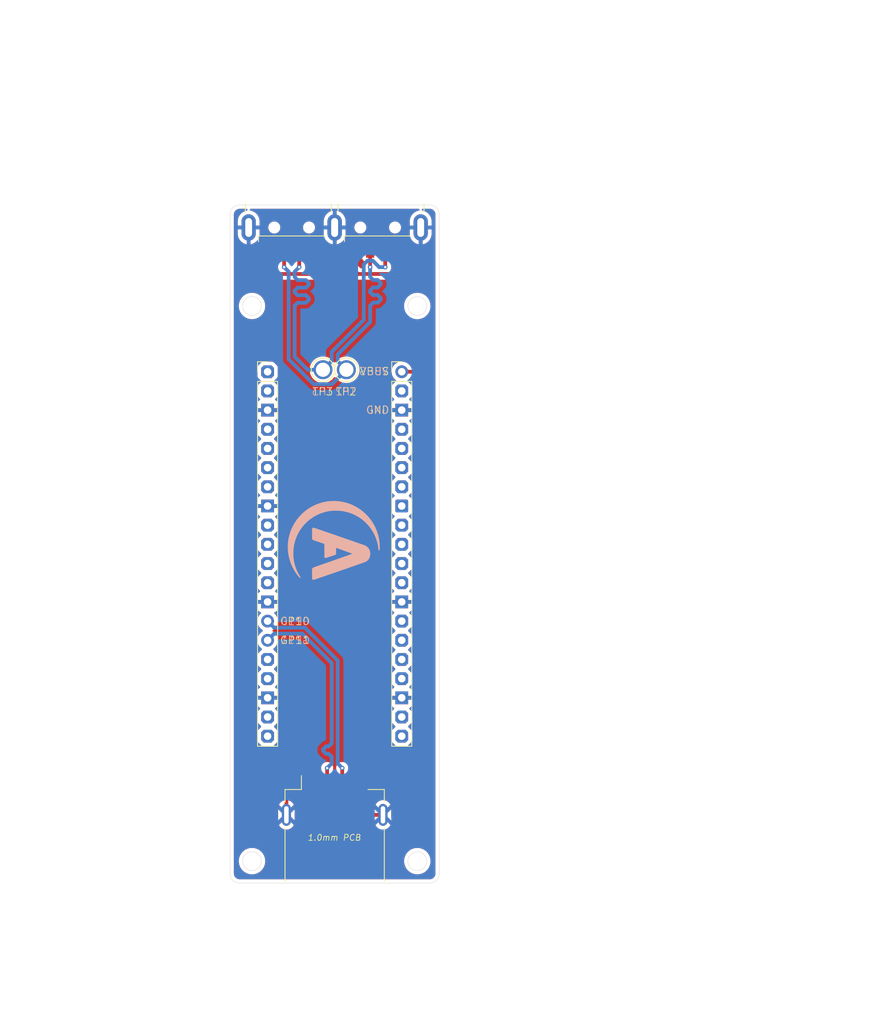
<source format=kicad_pcb>
(kicad_pcb (version 20240108) (generator "pcbnew") (generator_version "8.0")
  (layers (0 "F.Cu" signal) (31 "B.Cu" signal) (34 "B.Paste" user) (35 "F.Paste" user) (36 "B.SilkS" user "B.Silkscreen") (37 "F.SilkS" user "F.Silkscreen") (38 "B.Mask" user) (39 "F.Mask" user) (44 "Edge.Cuts" user))
  (net 0 "")
  (net 10 "AGND")
  (net 11 "VBUS")
  (net 12 "GND")
  (net 33 "D+")
  (net 34 "D-")
  (net 35 "GP+")
  (net 36 "GP-")
  (footprint "CustomFootprints:PinHeader_1x20_P2.54mm_Vertical_Low_Profile" (layer "F.Cu") (at 159.14 88.615)
    (property "Reference" "J1" (hide yes))
    (property "Value" "Conn_01x20_Pin")
    (fp_line (start -1.33 -1.33) (end 0 -1.33) (stroke (width 0.12)) (layer "F.SilkS"))
    (fp_line (start -1.33 0) (end -1.33 -1.33) (stroke (width 0.12)) (layer "F.SilkS"))
    (fp_line (start -1.33 1.27) (end -1.33 49.59) (stroke (width 0.12)) (layer "F.SilkS"))
    (fp_line (start -1.33 1.27) (end 1.33 1.27) (stroke (width 0.12)) (layer "F.SilkS"))
    (fp_line (start -1.33 49.59) (end 1.33 49.59) (stroke (width 0.12)) (layer "F.SilkS"))
    (fp_line (start 1.33 1.27) (end 1.33 49.59) (stroke (width 0.12)) (layer "F.SilkS"))
    (pad "1" thru_hole circle (at 0 0) (size 1.7 1.7) (drill 1) (layers "*.Cu" "*.Mask") (net 11 "VBUS"))
    (pad "2" thru_hole roundrect (at 0 2.54) (size 1.7 1.7) (drill 1) (layers "*.Cu" "*.Mask") (roundrect_rratio 0) (chamfer_ratio 0.2) (chamfer top_left top_right bottom_left bottom_right))
    (pad "3" thru_hole rect (at 0 5.08) (size 1.7 1.7) (drill 1) (layers "*.Cu" "*.Mask") (net 12 "GND"))
    (pad "4" thru_hole roundrect (at 0 7.62) (size 1.7 1.7) (drill 1) (layers "*.Cu" "*.Mask") (roundrect_rratio 0) (chamfer_ratio 0.2) (chamfer top_left top_right bottom_left bottom_right))
    (pad "5" thru_hole roundrect (at 0 10.16) (size 1.7 1.7) (drill 1) (layers "*.Cu" "*.Mask") (roundrect_rratio 0) (chamfer_ratio 0.2) (chamfer top_left top_right bottom_left bottom_right))
    (pad "6" thru_hole roundrect (at 0 12.7) (size 1.7 1.7) (drill 1) (layers "*.Cu" "*.Mask") (roundrect_rratio 0) (chamfer_ratio 0.2) (chamfer top_left top_right bottom_left bottom_right))
    (pad "7" thru_hole roundrect (at 0 15.24) (size 1.7 1.7) (drill 1) (layers "*.Cu" "*.Mask") (roundrect_rratio 0) (chamfer_ratio 0.2) (chamfer top_left top_right bottom_left bottom_right))
    (pad "8" thru_hole roundrect (at 0 17.78) (size 1.7 1.7) (drill 1) (layers "*.Cu" "*.Mask") (roundrect_rratio 0.125) (net 10 "AGND"))
    (pad "9" thru_hole roundrect (at 0 20.32) (size 1.7 1.7) (drill 1) (layers "*.Cu" "*.Mask") (roundrect_rratio 0) (chamfer_ratio 0.2) (chamfer top_left top_right bottom_left bottom_right))
    (pad "10" thru_hole roundrect (at 0 22.86) (size 1.7 1.7) (drill 1) (layers "*.Cu" "*.Mask") (roundrect_rratio 0) (chamfer_ratio 0.2) (chamfer top_left top_right bottom_left bottom_right))
    (pad "11" thru_hole roundrect (at 0 25.4) (size 1.7 1.7) (drill 1) (layers "*.Cu" "*.Mask") (roundrect_rratio 0) (chamfer_ratio 0.2) (chamfer top_left top_right bottom_left bottom_right))
    (pad "12" thru_hole roundrect (at 0 27.94) (size 1.7 1.7) (drill 1) (layers "*.Cu" "*.Mask") (roundrect_rratio 0) (chamfer_ratio 0.2) (chamfer top_left top_right bottom_left bottom_right))
    (pad "13" thru_hole rect (at 0 30.48) (size 1.7 1.7) (drill 1) (layers "*.Cu" "*.Mask") (net 12 "GND"))
    (pad "14" thru_hole roundrect (at 0 33.02) (size 1.7 1.7) (drill 1) (layers "*.Cu" "*.Mask") (roundrect_rratio 0) (chamfer_ratio 0.2) (chamfer top_left top_right bottom_left bottom_right))
    (pad "15" thru_hole roundrect (at 0 35.56) (size 1.7 1.7) (drill 1) (layers "*.Cu" "*.Mask") (roundrect_rratio 0) (chamfer_ratio 0.2) (chamfer top_left top_right bottom_left bottom_right))
    (pad "16" thru_hole roundrect (at 0 38.1) (size 1.7 1.7) (drill 1) (layers "*.Cu" "*.Mask") (roundrect_rratio 0) (chamfer_ratio 0.2) (chamfer top_left top_right bottom_left bottom_right))
    (pad "17" thru_hole roundrect (at 0 40.64) (size 1.7 1.7) (drill 1) (layers "*.Cu" "*.Mask") (roundrect_rratio 0) (chamfer_ratio 0.2) (chamfer top_left top_right bottom_left bottom_right))
    (pad "18" thru_hole rect (at 0 43.18) (size 1.7 1.7) (drill 1) (layers "*.Cu" "*.Mask") (net 12 "GND"))
    (pad "19" thru_hole roundrect (at 0 45.72) (size 1.7 1.7) (drill 1) (layers "*.Cu" "*.Mask") (roundrect_rratio 0) (chamfer_ratio 0.2) (chamfer top_left top_right bottom_left bottom_right))
    (pad "20" thru_hole roundrect (at 0 48.26) (size 1.7 1.7) (drill 1) (layers "*.Cu" "*.Mask") (roundrect_rratio 0) (chamfer_ratio 0.2) (chamfer top_left top_right bottom_left bottom_right))
  )
  (footprint "CustomFootprints:USB_A_CNCTech_1001-011-01101_Horizontal_NoModel" (layer "F.Cu") (at 144.55 62.61 90)
    (property "Reference" "J3" (hide yes))
    (property "Value" "USB_A")
    (fp_line (start -4.85 -6.145) (end -3.8 -6.145) (stroke (width 0.12)) (layer "F.SilkS"))
    (fp_line (start -8.02 -4.4) (end -8.775 -4.4) (stroke (width 0.12)) (layer "F.SilkS"))
    (fp_line (start -8.02 -4.4) (end -8.02 4.4) (stroke (width 0.12)) (layer "F.SilkS"))
    (fp_line (start -4.85 6.145) (end -3.8 6.145) (stroke (width 0.12)) (layer "F.SilkS"))
    (pad "" np_thru_hole circle (at -6.9 -2.3 90) (size 1.1 1.1) (drill 1.1) (layers "*.Cu" "*.Mask"))
    (pad "" np_thru_hole circle (at -6.9 2.3 90) (size 1.1 1.1) (drill 1.1) (layers "*.Cu" "*.Mask"))
    (pad "1" smd rect (at -9.65 -3.5 90) (size 2.5 1.1) (layers "F.Cu" "F.Paste" "F.Mask") (net 11 "VBUS"))
    (pad "2" smd rect (at -9.65 -1 90) (size 2.5 1.1) (layers "F.Cu" "F.Paste" "F.Mask") (net 34 "D-"))
    (pad "3" smd rect (at -9.65 1 90) (size 2.5 1.1) (layers "F.Cu" "F.Paste" "F.Mask") (net 33 "D+"))
    (pad "4" smd rect (at -9.65 3.5 90) (size 2.5 1.1) (layers "F.Cu" "F.Paste" "F.Mask") (net 12 "GND"))
    (pad "5" thru_hole oval (at -6.9 -5.7 90) (size 3.5 1.9) (drill oval 2.5 0.9) (layers "*.Cu" "*.Mask") (net 12 "GND"))
    (pad "5" thru_hole oval (at -6.9 5.7 90) (size 3.5 1.9) (drill oval 2.5 0.9) (layers "*.Cu" "*.Mask") (net 12 "GND"))
  )
  (footprint "Connector_USB:USB_A_CNCTech_1001-011-01101_Horizontal" (layer "F.Cu") (at 155.95 62.61 90)
    (property "Reference" "J4" (hide yes))
    (property "Value" "USB_A")
    (fp_line (start -4.85 -6.145) (end -3.8 -6.145) (stroke (width 0.12)) (layer "F.SilkS"))
    (fp_line (start -8.02 -4.4) (end -8.775 -4.4) (stroke (width 0.12)) (layer "F.SilkS"))
    (fp_line (start -8.02 -4.4) (end -8.02 4.4) (stroke (width 0.12)) (layer "F.SilkS"))
    (fp_line (start -4.85 6.145) (end -3.8 6.145) (stroke (width 0.12)) (layer "F.SilkS"))
    (pad "" np_thru_hole circle (at -6.9 -2.3 90) (size 1.1 1.1) (drill 1.1) (layers "*.Cu" "*.Mask"))
    (pad "" np_thru_hole circle (at -6.9 2.3 90) (size 1.1 1.1) (drill 1.1) (layers "*.Cu" "*.Mask"))
    (pad "1" smd rect (at -9.65 -3.5 90) (size 2.5 1.1) (layers "F.Cu" "F.Paste" "F.Mask") (net 11 "VBUS"))
    (pad "2" smd rect (at -9.65 -1 90) (size 2.5 1.1) (layers "F.Cu" "F.Paste" "F.Mask") (net 34 "D-"))
    (pad "3" smd rect (at -9.65 1 90) (size 2.5 1.1) (layers "F.Cu" "F.Paste" "F.Mask") (net 33 "D+"))
    (pad "4" smd rect (at -9.65 3.5 90) (size 2.5 1.1) (layers "F.Cu" "F.Paste" "F.Mask") (net 12 "GND"))
    (pad "5" thru_hole oval (at -6.9 -5.7 90) (size 3.5 1.9) (drill oval 2.5 0.9) (layers "*.Cu" "*.Mask") (net 12 "GND"))
    (pad "5" thru_hole oval (at -6.9 5.7 90) (size 3.5 1.9) (drill oval 2.5 0.9) (layers "*.Cu" "*.Mask") (net 12 "GND"))
  )
  (footprint "CustomFootprints:MM_0926-1-15-20-75-14-11-0" (layer "F.Cu") (at 151.8 88.35)
    (property "Reference" "TP2" (at -0.01 2.9 0) (layer "F.SilkS") (effects (font (thickness 0.1))))
    (property "Value" "TestPoint")
    (fp_circle (center 0 0) (end 1.55 0) (stroke (width 0.127)) (fill none) (layer "F.SilkS"))
    (pad "1" thru_hole circle (at 0 0) (size 2.52 2.52) (drill 1.88) (layers "*.Cu" "*.Mask") (net 34 "D-"))
  )
  (footprint "CustomFootprints:USB_A_Receptacle_GCT_USB1046_Model" (layer "F.Cu") (at 150.25 150.85)
    (property "Reference" "J5" (hide yes))
    (property "Value" "USB_A")
    (fp_line (start -6.58 -6.91) (end -6.58 -5.26) (stroke (width 0.12)) (layer "F.SilkS"))
    (fp_line (start -6.58 -1.84) (end -6.58 5.25) (stroke (width 0.12)) (layer "F.SilkS"))
    (fp_line (start -4.41 -6.91) (end -6.58 -6.91) (stroke (width 0.12)) (layer "F.SilkS"))
    (fp_line (start -4.41 -6.91) (end -4.41 -8.75) (stroke (width 0.12)) (layer "F.SilkS"))
    (fp_line (start 4.41 -6.91) (end 6.58 -6.91) (stroke (width 0.12)) (layer "F.SilkS"))
    (fp_line (start 6.58 -6.91) (end 6.58 -5.26) (stroke (width 0.12)) (layer "F.SilkS"))
    (fp_line (start 6.58 -1.84) (end 6.58 5.25) (stroke (width 0.12)) (layer "F.SilkS"))
    (pad "1" smd roundrect (at -3.5 -7.25) (size 1.3 3) (layers "F.Cu" "F.Paste" "F.Mask") (net 11 "VBUS"))
    (pad "2" smd roundrect (at -1 -7.25) (size 1.3 3) (layers "F.Cu" "F.Paste" "F.Mask") (net 36 "GP-"))
    (pad "3" smd roundrect (at 1 -7.25) (size 1.3 3) (layers "F.Cu" "F.Paste" "F.Mask") (net 35 "GP+"))
    (pad "4" smd roundrect (at 3.5 -7.25) (size 1.3 3) (layers "F.Cu" "F.Paste" "F.Mask") (net 12 "GND"))
    (pad "5" thru_hole oval (at -6.4 -3.55) (size 1.2 2.9) (drill oval 0.6 2.3) (layers "*.Cu" "*.Mask") (net 12 "GND"))
    (pad "5" thru_hole oval (at 6.4 -3.55) (size 1.2 2.9) (drill oval 0.6 2.3) (layers "*.Cu" "*.Mask") (net 12 "GND"))
  )
  (footprint "CustomFootprints:PinHeader_1x20_P2.54mm_Vertical_Low_Profile" (layer "F.Cu") (at 141.36 88.615)
    (property "Reference" "J2" (hide yes))
    (property "Value" "Conn_01x20_Pin")
    (fp_line (start -1.33 -1.33) (end 0 -1.33) (stroke (width 0.12)) (layer "F.SilkS"))
    (fp_line (start -1.33 0) (end -1.33 -1.33) (stroke (width 0.12)) (layer "F.SilkS"))
    (fp_line (start -1.33 1.27) (end -1.33 49.59) (stroke (width 0.12)) (layer "F.SilkS"))
    (fp_line (start -1.33 1.27) (end 1.33 1.27) (stroke (width 0.12)) (layer "F.SilkS"))
    (fp_line (start -1.33 49.59) (end 1.33 49.59) (stroke (width 0.12)) (layer "F.SilkS"))
    (fp_line (start 1.33 1.27) (end 1.33 49.59) (stroke (width 0.12)) (layer "F.SilkS"))
    (pad "1" thru_hole roundrect (at 0 0) (size 1.7 1.7) (drill 1) (layers "*.Cu" "*.Mask") (roundrect_rratio 0) (chamfer_ratio 0.2) (chamfer top_left top_right bottom_left bottom_right))
    (pad "2" thru_hole roundrect (at 0 2.54) (size 1.7 1.7) (drill 1) (layers "*.Cu" "*.Mask") (roundrect_rratio 0) (chamfer_ratio 0.2) (chamfer top_left top_right bottom_left bottom_right))
    (pad "3" thru_hole rect (at 0 5.08) (size 1.7 1.7) (drill 1) (layers "*.Cu" "*.Mask") (net 12 "GND"))
    (pad "4" thru_hole roundrect (at 0 7.62) (size 1.7 1.7) (drill 1) (layers "*.Cu" "*.Mask") (roundrect_rratio 0) (chamfer_ratio 0.2) (chamfer top_left top_right bottom_left bottom_right))
    (pad "5" thru_hole roundrect (at 0 10.16) (size 1.7 1.7) (drill 1) (layers "*.Cu" "*.Mask") (roundrect_rratio 0) (chamfer_ratio 0.2) (chamfer top_left top_right bottom_left bottom_right))
    (pad "6" thru_hole roundrect (at 0 12.7) (size 1.7 1.7) (drill 1) (layers "*.Cu" "*.Mask") (roundrect_rratio 0) (chamfer_ratio 0.2) (chamfer top_left top_right bottom_left bottom_right))
    (pad "7" thru_hole roundrect (at 0 15.24) (size 1.7 1.7) (drill 1) (layers "*.Cu" "*.Mask") (roundrect_rratio 0) (chamfer_ratio 0.2) (chamfer top_left top_right bottom_left bottom_right))
    (pad "8" thru_hole rect (at 0 17.78) (size 1.7 1.7) (drill 1) (layers "*.Cu" "*.Mask") (net 12 "GND"))
    (pad "9" thru_hole roundrect (at 0 20.32) (size 1.7 1.7) (drill 1) (layers "*.Cu" "*.Mask") (roundrect_rratio 0) (chamfer_ratio 0.2) (chamfer top_left top_right bottom_left bottom_right))
    (pad "10" thru_hole roundrect (at 0 22.86) (size 1.7 1.7) (drill 1) (layers "*.Cu" "*.Mask") (roundrect_rratio 0) (chamfer_ratio 0.2) (chamfer top_left top_right bottom_left bottom_right))
    (pad "11" thru_hole roundrect (at 0 25.4) (size 1.7 1.7) (drill 1) (layers "*.Cu" "*.Mask") (roundrect_rratio 0) (chamfer_ratio 0.2) (chamfer top_left top_right bottom_left bottom_right))
    (pad "12" thru_hole roundrect (at 0 27.94) (size 1.7 1.7) (drill 1) (layers "*.Cu" "*.Mask") (roundrect_rratio 0) (chamfer_ratio 0.2) (chamfer top_left top_right bottom_left bottom_right))
    (pad "13" thru_hole rect (at 0 30.48) (size 1.7 1.7) (drill 1) (layers "*.Cu" "*.Mask") (net 12 "GND"))
    (pad "14" thru_hole oval (at 0 33.02) (size 1.7 1.7) (drill 1) (layers "*.Cu" "*.Mask") (net 35 "GP+"))
    (pad "15" thru_hole oval (at 0 35.56) (size 1.7 1.7) (drill 1) (layers "*.Cu" "*.Mask") (net 36 "GP-"))
    (pad "16" thru_hole roundrect (at 0 38.1) (size 1.7 1.7) (drill 1) (layers "*.Cu" "*.Mask") (roundrect_rratio 0) (chamfer_ratio 0.2) (chamfer top_left top_right bottom_left bottom_right))
    (pad "17" thru_hole roundrect (at 0 40.64) (size 1.7 1.7) (drill 1) (layers "*.Cu" "*.Mask") (roundrect_rratio 0) (chamfer_ratio 0.2) (chamfer top_left top_right bottom_left bottom_right))
    (pad "18" thru_hole rect (at 0 43.18) (size 1.7 1.7) (drill 1) (layers "*.Cu" "*.Mask") (net 12 "GND"))
    (pad "19" thru_hole roundrect (at 0 45.72) (size 1.7 1.7) (drill 1) (layers "*.Cu" "*.Mask") (roundrect_rratio 0) (chamfer_ratio 0.2) (chamfer top_left top_right bottom_left bottom_right))
    (pad "20" thru_hole roundrect (at 0 48.26) (size 1.7 1.7) (drill 1) (layers "*.Cu" "*.Mask") (roundrect_rratio 0) (chamfer_ratio 0.2) (chamfer top_left top_right bottom_left bottom_right))
  )
  (footprint "CustomFootprints:MM_0926-1-15-20-75-14-11-0" (layer "F.Cu") (at 148.7 88.35)
    (property "Reference" "TP3" (at -0.02 2.9 0) (layer "F.SilkS") (effects (font (thickness 0.1))))
    (property "Value" "TestPoint")
    (fp_circle (center 0 0) (end 1.55 0) (stroke (width 0.127)) (fill none) (layer "F.SilkS"))
    (pad "1" thru_hole circle (at 0 0) (size 2.52 2.52) (drill 1.88) (layers "*.Cu" "*.Mask") (net 33 "D+"))
  )
  (footprint "LOGO" (layer "B.Cu") (at 151.15 112.72 90)
    (property "Reference" "G***" (hide yes))
    (property "Value" "LOGO" (hide yes))
    (fp_poly (pts (xy 0.211344 3.807247) (xy 0.354746 3.776122) (xy 0.490716 3.730534) (xy 0.614713 3.671529) (xy 0.722193 3.600157) (xy 0.745184 3.581167) (xy 0.838825 3.491677) (xy 0.931997 3.386826) (xy 1.017352 3.275048) (xy 1.037574 3.245569) (xy 1.044528 3.235055) (xy 1.05137 3.224219) (xy 1.05839 3.212242) (xy 1.06588 3.198305) (xy 1.074131 3.181588) (xy 1.083436 3.161274) (xy 1.094085 3.136543) (xy 1.10637 3.106576) (xy 1.120583 3.070555) (xy 1.137015 3.02766) (xy 1.155958 2.977072) (xy 1.177703 2.917974) (xy 1.202541 2.849545) (xy 1.230765 2.770968) (xy 1.262666 2.681422) (xy 1.298535 2.58009) (xy 1.338664 2.466152) (xy 1.383345 2.338789) (xy 1.432869 2.197183) (xy 1.487527 2.040515) (xy 1.547611 1.867966) (xy 1.613412 1.678716) (xy 1.685223 1.471948) (xy 1.763335 1.246841) (xy 1.848038 1.002578) (xy 1.939626 0.73834) (xy 2.038388 0.453307) (xy 2.144618 0.14666) (xy 2.258605 -0.182419) (xy 2.280897 -0.246777) (xy 2.400118 -0.591043) (xy 2.511435 -0.912637) (xy 2.615091 -1.212273) (xy 2.711331 -1.490668) (xy 2.800397 -1.748539) (xy 2.882534 -1.986602) (xy 2.957985 -2.205573) (xy 3.026995 -2.406169) (xy 3.089805 -2.589107) (xy 3.146661 -2.755101) (xy 3.197806 -2.90487) (xy 3.243484 -3.039129) (xy 3.283938 -3.158594) (xy 3.319412 -3.263983) (xy 3.350149 -3.35601) (xy 3.376394 -3.435394) (xy 3.39839 -3.50285) (xy 3.41638 -3.559094) (xy 3.430609 -3.604843) (xy 3.44132 -3.640814) (xy 3.448756 -3.667722) (xy 3.453162 -3.686284) (xy 3.45478 -3.697217) (xy 3.454799 -3.69795) (xy 3.444169 -3.76639) (xy 3.410982 -3.825362) (xy 3.364509 -3.868925) (xy 3.356308 -3.874587) (xy 3.346873 -3.879371) (xy 3.334146 -3.883364) (xy 3.316072 -3.886653) (xy 3.290595 -3.889324) (xy 3.255657 -3.891463) (xy 3.209203 -3.893157) (xy 3.149175 -3.894492) (xy 3.073518 -3.895555) (xy 2.980175 -3.896432) (xy 2.86709 -3.897209) (xy 2.732206 -3.897974) (xy 2.664802 -3.898332) (xy 2.511987 -3.899122) (xy 2.38189 -3.899617) (xy 2.272459 -3.89961) (xy 2.181642 -3.898892) (xy 2.107391 -3.897256) (xy 2.047652 -3.894493) (xy 2.000375 -3.890395) (xy 1.963509 -3.884754) (xy 1.935004 -3.877363) (xy 1.912807 -3.868013) (xy 1.894869 -3.856496) (xy 1.879137 -3.842604) (xy 1.863562 -3.826129) (xy 1.854548 -3.816146) (xy 1.836377 -3.792533) (xy 1.818359 -3.760812) (xy 1.798859 -3.717251) (xy 1.776239 -3.65812) (xy 1.748866 -3.579691) (xy 1.742185 -3.559897) (xy 1.722919 -3.502787) (xy 1.696876 -3.425929) (xy 1.665308 -3.333005) (xy 1.62947 -3.227699) (xy 1.590615 -3.113691) (xy 1.549997 -2.994664) (xy 1.508869 -2.874301) (xy 1.48729 -2.811215) (xy 1.302947 -2.272502) (xy 0.410258 -2.26631) (xy -0.482431 -2.260117) (xy -0.515934 -2.226609) (xy -0.536694 -2.200654) (xy -0.548408 -2.169384) (xy -0.554465 -2.123447) (xy -0.55477 -2.119374) (xy -0.555541 -2.102078) (xy -0.554931 -2.083711) (xy -0.552338 -2.06221) (xy -0.547162 -2.035513) (xy -0.538802 -2.001556) (xy -0.526658 -1.958278) (xy -0.510128 -1.903617) (xy -0.488613 -1.835509) (xy -0.46151 -1.751893) (xy -0.428221 -1.650706) (xy -0.388144 -1.529886) (xy -0.34771 -1.408466) (xy -0.298966 -1.26271) (xy -0.257177 -1.138885) (xy -0.22174 -1.035337) (xy -0.192048 -0.950412) (xy -0.167497 -0.882453) (xy -0.147481 -0.829807) (xy -0.131394 -0.790818) (xy -0.118633 -0.763833) (xy -0.108591 -0.747196) (xy -0.10383 -0.741689) (xy -0.072342 -0.712092) (xy 0.352826 -0.7059) (xy 0.777994 -0.699708) (xy 0.392093 0.36825) (xy 0.335819 0.523802) (xy 0.28188 0.672544) (xy 0.230873 0.812848) (xy 0.183397 0.943084) (xy 0.14005 1.061623) (xy 0.10143 1.166836) (xy 0.068136 1.257093) (xy 0.040765 1.330764) (xy 0.019916 1.386222) (xy 0.006188 1.421835) (xy 0.000178 1.435975) (xy 0 1.436152) (xy -0.004438 1.424675) (xy -0.016609 1.39111) (xy -0.036057 1.336749) (xy -0.062331 1.262882) (xy -0.094978 1.170798) (xy -0.133543 1.061789) (xy -0.177576 0.937143) (xy -0.226621 0.798152) (xy -0.280227 0.646105) (xy -0.33794 0.482293) (xy -0.399307 0.308006) (xy -0.463876 0.124534) (xy -0.531193 -0.066832) (xy -0.600805 -0.264803) (xy -0.67226 -0.468088) (xy -0.745103 -0.675398) (xy -0.818883 -0.88544) (xy -0.893147 -1.096927) (xy -0.96744 -1.308567) (xy -1.04131 -1.51907) (xy -1.114305 -1.727146) (xy -1.185971 -1.931505) (xy -1.255855 -2.130856) (xy -1.323504 -2.32391) (xy -1.388465 -2.509376) (xy -1.450285 -2.685963) (xy -1.508511 -2.852383) (xy -1.562691 -3.007344) (xy -1.61237 -3.149557) (xy -1.657097 -3.27773) (xy -1.696417 -3.390574) (xy -1.729878 -3.4868) (xy -1.757028 -3.565115) (xy -1.777412 -3.624231) (xy -1.790579 -3.662857) (xy -1.79457 -3.674872) (xy -1.820141 -3.727389) (xy -1.861235 -3.783377) (xy -1.911328 -3.835022) (xy -1.958518 -3.87121) (xy -2.005748 -3.901024) (xy -2.653069 -3.900239) (xy -2.802461 -3.89982) (xy -2.936168 -3.898959) (xy -3.052822 -3.897684) (xy -3.151056 -3.896021) (xy -3.229502 -3.893996) (xy -3.28679 -3.891635) (xy -3.321554 -3.888966) (xy -3.331344 -3.887111) (xy -3.388109 -3.851869) (xy -3.42923 -3.799878) (xy -3.451774 -3.735644) (xy -3.455192 -3.696716) (xy -3.451164 -3.679415) (xy -3.439341 -3.639866) (xy -3.420112 -3.579198) (xy -3.393869 -3.498538) (xy -3.361001 -3.399016) (xy -3.3219 -3.28176) (xy -3.276955 -3.147899) (xy -3.226558 -2.99856) (xy -3.171099 -2.834873) (xy -3.110968 -2.657965) (xy -3.046555 -2.468966) (xy -2.978252 -2.269004) (xy -2.906448 -2.059207) (xy -2.831534 -1.840704) (xy -2.753901 -1.614623) (xy -2.673939 -1.382093) (xy -2.592039 -1.144242) (xy -2.50859 -0.902199) (xy -2.423984 -0.657093) (xy -2.338611 -0.410051) (xy -2.252862 -0.162202) (xy -2.167126 0.085324) (xy -2.081795 0.331401) (xy -1.997258 0.574899) (xy -1.913907 0.81469) (xy -1.832132 1.049645) (xy -1.752323 1.278635) (xy -1.674871 1.500533) (xy -1.600166 1.71421) (xy -1.528599 1.918537) (xy -1.46056 2.112387) (xy -1.39644 2.294629) (xy -1.336629 2.464136) (xy -1.281517 2.61978) (xy -1.231496 2.760432) (xy -1.186955 2.884963) (xy -1.148285 2.992245) (xy -1.115877 3.081149) (xy -1.090121 3.150547) (xy -1.071407 3.199311) (xy -1.060126 3.226312) (xy -1.058746 3.229097) (xy -0.98209 3.356254) (xy -0.895187 3.465808) (xy -0.795912 3.559208) (xy -0.682143 3.637906) (xy -0.551757 3.703352) (xy -0.402629 3.756995) (xy -0.232638 3.800286) (xy -0.218012 3.803358) (xy -0.079578 3.821913) (xy 0.065055 3.82286)) (fill solid) (layer "B.SilkS"))
    (fp_poly (pts (xy 0.991545 5.071328) (xy 1.103335 5.068656) (xy 1.213806 5.064719) (xy 1.318907 5.059705) (xy 1.414589 5.053801) (xy 1.496803 5.047196) (xy 1.561499 5.040076) (xy 1.597563 5.034212) (xy 1.628535 5.029255) (xy 1.670991 5.024144) (xy 1.690444 5.022236) (xy 1.766002 5.013437) (xy 1.857543 4.999556) (xy 1.957111 4.981866) (xy 2.018626 4.969702) (xy 2.069324 4.959573) (xy 2.11532 4.950919) (xy 2.147185 4.945508) (xy 2.14866 4.945294) (xy 2.183027 4.938727) (xy 2.227334 4.928176) (xy 2.247733 4.922717) (xy 2.293792 4.91082) (xy 2.338045 4.900899) (xy 2.352999 4.898082) (xy 2.397214 4.888374) (xy 2.460653 4.871385) (xy 2.539302 4.848415) (xy 2.629151 4.820762) (xy 2.726186 4.789725) (xy 2.826397 4.756603) (xy 2.92577 4.722694) (xy 3.020293 4.689297) (xy 3.105956 4.657712) (xy 3.159135 4.637122) (xy 3.417631 4.526293) (xy 3.680108 4.398205) (xy 3.938175 4.257056) (xy 4.043443 4.194759) (xy 4.368235 3.983678) (xy 4.678161 3.753358) (xy 4.972343 3.504747) (xy 5.249903 3.23879) (xy 5.509965 2.956436) (xy 5.75165 2.658631) (xy 5.974081 2.346321) (xy 6.176381 2.020454) (xy 6.341095 1.715212) (xy 6.427874 1.537679) (xy 6.502141 1.375334) (xy 6.563223 1.229715) (xy 6.610447 1.102363) (xy 6.615331 1.087838) (xy 6.62994 1.045864) (xy 6.64263 1.012951) (xy 6.650261 0.996928) (xy 6.658505 0.978453) (xy 6.672052 0.940273) (xy 6.689648 0.886566) (xy 6.710038 0.82151) (xy 6.731964 0.749283) (xy 6.754172 0.674064) (xy 6.775405 0.600031) (xy 6.794409 0.531362) (xy 6.809927 0.472237) (xy 6.818148 0.438307) (xy 6.854986 0.273296) (xy 6.885563 0.125341) (xy 6.910906 -0.012177) (xy 6.932039 -0.145875) (xy 6.94999 -0.282371) (xy 6.965783 -0.428281) (xy 6.980445 -0.590223) (xy 6.983693 -0.629543) (xy 6.99275 -0.788599) (xy 6.995983 -0.965093) (xy 6.993654 -1.152455) (xy 6.986027 -1.344116) (xy 6.973364 -1.533506) (xy 6.95593 -1.714055) (xy 6.933988 -1.879192) (xy 6.933488 -1.882399) (xy 6.925929 -1.932293) (xy 6.919237 -1.97909) (xy 6.915665 -2.006241) (xy 6.896078 -2.133992) (xy 6.866524 -2.279711) (xy 6.828237 -2.439279) (xy 6.782454 -2.608574) (xy 6.730408 -2.783475) (xy 6.673334 -2.95986) (xy 6.612467 -3.133609) (xy 6.549043 -3.3006) (xy 6.484295 -3.456712) (xy 6.474092 -3.479961) (xy 6.426779 -3.582929) (xy 6.372596 -3.69413) (xy 6.313696 -3.809646) (xy 6.252231 -3.925558) (xy 6.190353 -4.037949) (xy 6.130214 -4.142898) (xy 6.073968 -4.236488) (xy 6.023765 -4.314801) (xy 5.986495 -4.367702) (xy 5.967668 -4.394283) (xy 5.957426 -4.411828) (xy 5.956802 -4.414071) (xy 5.949748 -4.426673) (xy 5.930385 -4.455298) (xy 5.901412 -4.496263) (xy 5.865526 -4.545889) (xy 5.825426 -4.600491) (xy 5.78381 -4.65639) (xy 5.743376 -4.709904) (xy 5.706822 -4.75735) (xy 5.684791 -4.785226) (xy 5.649386 -4.829416) (xy 5.616082 -4.871113) (xy 5.590766 -4.902941) (xy 5.585921 -4.909068) (xy 5.52399 -4.983938) (xy 5.447477 -5.070677) (xy 5.360545 -5.164961) (xy 5.267354 -5.262465) (xy 5.172065 -5.358866) (xy 5.078838 -5.449837) (xy 4.991836 -5.531057) (xy 4.959874 -5.5597) (xy 4.918712 -5.596138) (xy 4.879614 -5.630864) (xy 4.85045 -5.656887) (xy 4.848416 -5.658711) (xy 4.758507 -5.735487) (xy 4.650857 -5.82081) (xy 4.529642 -5.91169) (xy 4.39904 -6.005139) (xy 4.263227 -6.098166) (xy 4.12638 -6.187782) (xy 3.994428 -6.269938) (xy 3.905156 -6.321691) (xy 3.799405 -6.379345) (xy 3.683205 -6.439892) (xy 3.562587 -6.500325) (xy 3.443582 -6.557635) (xy 3.332223 -6.608816) (xy 3.234538 -6.650858) (xy 3.213701 -6.659293) (xy 3.167833 -6.677844) (xy 3.125639 -6.695347) (xy 3.102243 -6.705393) (xy 3.065224 -6.720273) (xy 3.03413 -6.730781) (xy 3.006069 -6.739932) (xy 2.964909 -6.754561) (xy 2.928864 -6.767987) (xy 2.878804 -6.785897) (xy 2.810956 -6.808544) (xy 2.731393 -6.834018) (xy 2.646186 -6.860407) (xy 2.561409 -6.885799) (xy 2.483132 -6.908284) (xy 2.483033 -6.908312) (xy 2.262095 -6.963982) (xy 2.025099 -7.012562) (xy 1.780115 -7.052578) (xy 1.535206 -7.082554) (xy 1.523257 -7.083748) (xy 1.467487 -7.089725) (xy 1.41984 -7.095689) (xy 1.386416 -7.100827) (xy 1.374647 -7.103536) (xy 1.355734 -7.106041) (xy 1.315686 -7.108217) (xy 1.258132 -7.110045) (xy 1.186703 -7.111511) (xy 1.105029 -7.112597) (xy 1.016741 -7.113286) (xy 0.925469 -7.113562) (xy 0.834844 -7.113408) (xy 0.748496 -7.112807) (xy 0.670056 -7.111742) (xy 0.603154 -7.110196) (xy 0.55142 -7.108154) (xy 0.538713 -7.107396) (xy 0.42544 -7.099452) (xy 0.334747 -7.092268) (xy 0.264462 -7.085651) (xy 0.212416 -7.079407) (xy 0.195727 -7.076891) (xy 0.151751 -7.070622) (xy 0.109567 -7.065913) (xy 0.109038 -7.065867) (xy 0.059709 -7.060217) (xy -0.005323 -7.050915) (xy -0.077505 -7.039334) (xy -0.148286 -7.026848) (xy -0.209117 -7.01483) (xy -0.210531 -7.014527) (xy -0.25921 -7.004403) (xy -0.304009 -6.995639) (xy -0.330316 -6.990958) (xy -0.415401 -6.974658) (xy -0.518823 -6.950472) (xy -0.635955 -6.919795) (xy -0.762172 -6.884022) (xy -0.892846 -6.844549) (xy -1.023352 -6.802771) (xy -1.149062 -6.760082) (xy -1.26535 -6.717879) (xy -1.362262 -6.679762) (xy -1.692302 -6.533917) (xy -2.002678 -6.376687) (xy -2.296539 -6.206335) (xy -2.577033 -6.021122) (xy -2.650219 -5.968823) (xy -2.690437 -5.939771) (xy -2.727068 -5.913578) (xy -2.749293 -5.897931) (xy -2.783824 -5.872388) (xy -2.831118 -5.835147) (xy -2.886903 -5.789806) (xy -2.94691 -5.739963) (xy -3.006869 -5.689215) (xy -3.062509 -5.641163) (xy -3.109561 -5.599403) (xy -3.143754 -5.567534) (xy -3.155226 -5.555859) (xy -3.19002 -5.513082) (xy -3.205485 -5.479532) (xy -3.203132 -5.451049) (xy -3.197337 -5.439822) (xy -3.183596 -5.426007) (xy -3.163541 -5.420976) (xy -3.134805 -5.425623) (xy -3.095019 -5.440839) (xy -3.041817 -5.46752) (xy -2.972831 -5.506559) (xy -2.891711 -5.555179) (xy -2.692338 -5.669822) (xy -2.475467 -5.78212) (xy -2.248346 -5.888688) (xy -2.018224 -5.986141) (xy -1.79235 -6.071094) (xy -1.770941 -6.078542) (xy -1.709451 -6.098952) (xy -1.636074 -6.122021) (xy -1.555836 -6.146299) (xy -1.473763 -6.170341) (xy -1.394882 -6.192698) (xy -1.324217 -6.211923) (xy -1.266795 -6.226569) (xy -1.227643 -6.235188) (xy -1.226036 -6.235473) (xy -1.189507 -6.242464) (xy -1.141542 -6.252459) (xy -1.108386 -6.259745) (xy -0.920705 -6.296784) (xy -0.715892 -6.327744) (xy -0.500999 -6.351886) (xy -0.283082 -6.368466) (xy -0.069192 -6.376744) (xy 0.012385 -6.377563) (xy 0.110946 -6.376694) (xy 0.217921 -6.374035) (xy 0.327988 -6.369861) (xy 0.435827 -6.364447) (xy 0.536117 -6.358067) (xy 0.623538 -6.350997) (xy 0.69277 -6.343513) (xy 0.7059 -6.341712) (xy 0.752494 -6.334995) (xy 0.814389 -6.326114) (xy 0.882366 -6.316389) (xy 0.928816 -6.309762) (xy 1.008444 -6.297843) (xy 1.082508 -6.285328) (xy 1.157108 -6.270987) (xy 1.238344 -6.253588) (xy 1.332316 -6.2319) (xy 1.424184 -6.209802) (xy 1.544153 -6.180167) (xy 1.641959 -6.155093) (xy 1.717125 -6.13471) (xy 1.769176 -6.119149) (xy 1.797635 -6.108541) (xy 1.801902 -6.106048) (xy 1.822312 -6.096322) (xy 1.850212 -6.087839) (xy 1.874856 -6.080407) (xy 1.917197 -6.066078) (xy 1.971781 -6.046755) (xy 2.033153 -6.024341) (xy 2.04836 -6.018686) (xy 2.384358 -5.881168) (xy 2.707266 -5.724073) (xy 3.018686 -5.546435) (xy 3.320221 -5.34729) (xy 3.613474 -5.125669) (xy 3.824309 -4.9482) (xy 3.884073 -4.89369) (xy 3.953416 -4.827159) (xy 4.029232 -4.751883) (xy 4.108416 -4.671137) (xy 4.18786 -4.588195) (xy 4.26446 -4.506334) (xy 4.335109 -4.428828) (xy 4.396702 -4.358954) (xy 4.446133 -4.299985) (xy 4.47689 -4.260016) (xy 4.496825 -4.233043) (xy 4.525982 -4.194574) (xy 4.558299 -4.152602) (xy 4.560588 -4.149655) (xy 4.703416 -3.954433) (xy 4.843847 -3.740356) (xy 4.978524 -3.513319) (xy 5.104089 -3.279215) (xy 5.217186 -3.04394) (xy 5.298153 -2.854559) (xy 5.331747 -2.767658) (xy 5.367396 -2.669608) (xy 5.403701 -2.564795) (xy 5.439261 -2.457609) (xy 5.472676 -2.352437) (xy 5.502546 -2.253667) (xy 5.527471 -2.165689) (xy 5.54605 -2.092889) (xy 5.555488 -2.048056) (xy 5.562159 -2.015804) (xy 5.572451 -1.971672) (xy 5.579622 -1.942912) (xy 5.591216 -1.892507) (xy 5.600853 -1.841636) (xy 5.604202 -1.81907) (xy 5.611557 -1.772499) (xy 5.621077 -1.727144) (xy 5.622944 -1.719829) (xy 5.630998 -1.681243) (xy 5.6384 -1.631946) (xy 5.641576 -1.603278) (xy 5.645971 -1.563199) (xy 5.650467 -1.533808) (xy 5.653244 -1.523492) (xy 5.656415 -1.508651) (xy 5.661329 -1.474437) (xy 5.667382 -1.426134) (xy 5.673969 -1.369025) (xy 5.680484 -1.308394) (xy 5.686323 -1.249526) (xy 5.690879 -1.197702) (xy 5.691566 -1.188884) (xy 5.699091 -1.054856) (xy 5.702997 -0.904593) (xy 5.703439 -0.743959) (xy 5.700574 -0.578818) (xy 5.694558 -0.415034) (xy 5.685549 -0.258471) (xy 5.673703 -0.114992) (xy 5.659642 0.006192) (xy 5.647497 0.090434) (xy 5.633998 0.178002) (xy 5.619858 0.264844) (xy 5.605786 0.346912) (xy 5.592494 0.420155) (xy 5.580693 0.480524) (xy 5.571094 0.523968) (xy 5.565063 0.544904) (xy 5.558741 0.565446) (xy 5.548799 0.602637) (xy 5.537223 0.649) (xy 5.53545 0.656362) (xy 5.51492 0.74003) (xy 5.495123 0.817021) (xy 5.477176 0.883251) (xy 5.462195 0.934634) (xy 5.451296 0.967082) (xy 5.449156 0.972159) (xy 5.440226 0.995757) (xy 5.427224 1.035265) (xy 5.412747 1.08274) (xy 5.410681 1.089809) (xy 5.396734 1.13558) (xy 5.384325 1.172374) (xy 5.375773 1.193402) (xy 5.374761 1.195075) (xy 5.366265 1.212683) (xy 5.353114 1.246084) (xy 5.340346 1.281765) (xy 5.303009 1.38239) (xy 5.255486 1.497574) (xy 5.20069 1.620853) (xy 5.141533 1.745764) (xy 5.08093 1.865843) (xy 5.055703 1.913359) (xy 4.959507 2.087218) (xy 4.868278 2.242653) (xy 4.77888 2.384645) (xy 4.688173 2.518173) (xy 4.593021 2.648219) (xy 4.591396 2.650363) (xy 4.555906 2.697248) (xy 4.523438 2.740269) (xy 4.498593 2.773322) (xy 4.489274 2.78581) (xy 4.472143 2.807733) (xy 4.445274 2.840886) (xy 4.413488 2.879464) (xy 4.381604 2.917666) (xy 4.354442 2.949688) (xy 4.336822 2.969728) (xy 4.33445 2.972208) (xy 4.323529 2.984531) (xy 4.302347 3.009324) (xy 4.286651 3.027937) (xy 4.263885 3.053523) (xy 4.227611 3.092499) (xy 4.181784 3.140692) (xy 4.130359 3.193929) (xy 4.094716 3.23037) (xy 3.90619 3.413281) (xy 3.707032 3.59009) (xy 3.502919 3.756086) (xy 3.299531 3.90656) (xy 3.188933 3.981721) (xy 3.037008 4.077543) (xy 2.874295 4.173029) (xy 2.705975 4.265494) (xy 2.537227 4.352254) (xy 2.373233 4.430623) (xy 2.219172 4.497916) (xy 2.111507 4.54015) (xy 2.040769 4.565701) (xy 1.9587 4.594454) (xy 1.871759 4.624229) (xy 1.786402 4.652846) (xy 1.709087 4.678124) (xy 1.646271 4.697885) (xy 1.628523 4.703206) (xy 1.571997 4.718944) (xy 1.501834 4.737129) (xy 1.42293 4.756633) (xy 1.340177 4.776326) (xy 1.25847 4.795078) (xy 1.182702 4.811759) (xy 1.117767 4.825239) (xy 1.068559 4.834389) (xy 1.046466 4.837574) (xy 1.013551 4.841786) (xy 0.968077 4.848446) (xy 0.935008 4.853666) (xy 0.847911 4.866728) (xy 0.749983 4.879564) (xy 0.653688 4.890622) (xy 0.584583 4.897284) (xy 0.518585 4.906097) (xy 0.473831 4.920825) (xy 0.447083 4.943632) (xy 0.435103 4.976681) (xy 0.433637 4.998134) (xy 0.435355 5.018579) (xy 0.442503 5.034676) (xy 0.457733 5.046993) (xy 0.483696 5.056093) (xy 0.523045 5.062545) (xy 0.578431 5.066914) (xy 0.652507 5.069766) (xy 0.747923 5.071667) (xy 0.780205 5.072125) (xy 0.882485 5.072547)) (fill solid) (layer "B.SilkS"))
  )
  (gr_line (start 136.395 155.075) (end 136.395 67.785) (stroke (width 0.05)) (layer "Edge.Cuts"))
  (gr_line (start 137.645 66.535) (end 162.855 66.535) (stroke (width 0.05)) (layer "Edge.Cuts"))
  (gr_circle (center 139.295 79.905) (end 139.295 81.155) (stroke (width 0.05)) (fill none) (layer "Edge.Cuts"))
  (gr_line (start 162.855 156.325) (end 137.645 156.325) (stroke (width 0.05)) (layer "Edge.Cuts"))
  (gr_arc (start 136.395 67.785) (mid 136.761117 66.901117) (end 137.645 66.535) (stroke (width 0.05)) (layer "Edge.Cuts"))
  (gr_circle (center 161.205 79.905) (end 161.205 81.155) (stroke (width 0.05)) (fill none) (layer "Edge.Cuts"))
  (gr_line (start 164.105 67.785) (end 164.105 155.075) (stroke (width 0.05)) (layer "Edge.Cuts"))
  (gr_arc (start 164.105 155.075) (mid 163.738883 155.958883) (end 162.855 156.325) (stroke (width 0.05)) (layer "Edge.Cuts"))
  (gr_arc (start 162.855 66.535) (mid 163.738883 66.901117) (end 164.105 67.785) (stroke (width 0.05)) (layer "Edge.Cuts"))
  (gr_circle (center 139.295 153.425) (end 139.295 152.175) (stroke (width 0.05)) (fill none) (layer "Edge.Cuts"))
  (gr_circle (center 161.205 153.425) (end 161.205 152.175) (stroke (width 0.05)) (fill none) (layer "Edge.Cuts"))
  (gr_arc (start 137.645 156.325) (mid 136.761117 155.958883) (end 136.395 155.075) (stroke (width 0.05)) (layer "Edge.Cuts"))
  (gr_text "VBUS" (at 157.41 88.57 -0) (layer "B.SilkS") (effects (font (size 1 1) (thickness 0.1)) (justify left mirror)))
  (gr_text "TP3" (at 148.58 91.25 -0) (layer "B.SilkS") (effects (font (size 1 1) (thickness 0.1)) (justify mirror)))
  (gr_text "GND" (at 157.51 93.68 -0) (layer "B.SilkS") (effects (font (size 1 1) (thickness 0.1)) (justify left mirror)))
  (gr_text "GP11" (at 143 124.16 -0) (layer "B.SilkS") (effects (font (size 1 1) (thickness 0.1)) (justify right mirror)))
  (gr_text "TP2" (at 151.69 91.25 -0) (layer "B.SilkS") (effects (font (size 1 1) (thickness 0.1)) (justify mirror)))
  (gr_text "GP10" (at 143.02 121.66 -0) (layer "B.SilkS") (effects (font (size 1 1) (thickness 0.1)) (justify right mirror)))
  (gr_text "GP11" (at 147 124.16 0) (layer "F.SilkS") (effects (font (size 1 1) (thickness 0.1)) (justify right)))
  (gr_text "GND" (at 154.37 93.68 0) (layer "F.SilkS") (effects (font (size 1 1) (thickness 0.1)) (justify left)))
  (gr_text "1.0mm PCB" (at 150.2 150.31 0) (layer "F.SilkS") (effects (font (size 0.8 0.8) (thickness 0.1) (italic yes))))
  (gr_text "VBUS" (at 153.55 88.57 0) (layer "F.SilkS") (effects (font (size 1 1) (thickness 0.1)) (justify left)))
  (gr_text "GP10" (at 146.99 121.66 0) (layer "F.SilkS") (effects (font (size 1 1) (thickness 0.1)) (justify right)))
  (segment (start 161.5 89.42) (end 161.49 89.42) (width 0.5) (layer "F.Cu") (net 11))
  (segment (start 158.06 75.67) (end 159.14 76.75) (width 0.5) (layer "F.Cu") (net 11))
  (segment (start 161.5 145.21) (end 161.5 89.42) (width 0.5) (layer "F.Cu") (net 11))
  (segment (start 146.75 145.53) (end 150.73 149.51) (width 0.5) (layer "F.Cu") (net 11))
  (segment (start 161.49 89.42) (end 160.685 88.615) (width 0.5) (layer "F.Cu") (net 11))
  (segment (start 150.73 149.51) (end 157.2 149.51) (width 0.5) (layer "F.Cu") (net 11))
  (segment (start 160.685 88.615) (end 159.14 88.615) (width 0.5) (layer "F.Cu") (net 11))
  (segment (start 152.45 74.76) (end 153.36 75.67) (width 0.5) (layer "F.Cu") (net 11))
  (segment (start 159.14 80.68267) (end 161.5 83.04267) (width 0.5) (layer "F.Cu") (net 11))
  (segment (start 142.71 75.67) (end 153.36 75.67) (width 0.5) (layer "F.Cu") (net 11))
  (segment (start 161.5 83.04267) (end 161.5 87.8) (width 0.5) (layer "F.Cu") (net 11))
  (segment (start 161.5 87.8) (end 160.685 88.615) (width 0.5) (layer "F.Cu") (net 11))
  (segment (start 157.2 149.51) (end 161.5 145.21) (width 0.5) (layer "F.Cu") (net 11))
  (segment (start 153.36 75.67) (end 158.06 75.67) (width 0.5) (layer "F.Cu") (net 11))
  (segment (start 152.45 72.26) (end 152.45 74.76) (width 0.5) (layer "F.Cu") (net 11))
  (segment (start 141.05 74.01) (end 142.71 75.67) (width 0.5) (layer "F.Cu") (net 11))
  (segment (start 141.05 72.26) (end 141.05 74.01) (width 0.5) (layer "F.Cu") (net 11))
  (segment (start 159.14 76.75) (end 159.14 80.68267) (width 0.5) (layer "F.Cu") (net 11))
  (segment (start 146.75 143.6) (end 146.75 145.53) (width 0.5) (layer "F.Cu") (net 11))
  (segment (start 141.36 93.695) (end 151.255 93.695) (width 0.5) (layer "F.Cu") (net 12))
  (segment (start 153.75 145.61) (end 155.44 147.3) (width 0.5) (layer "F.Cu") (net 12))
  (segment (start 150.335 106.395) (end 153.75 109.81) (width 0.5) (layer "F.Cu") (net 12))
  (segment (start 157.185 119.095) (end 153.75 122.53) (width 0.5) (layer "F.Cu") (net 12))
  (segment (start 153.75 135.28) (end 153.75 122.53) (width 0.5) (layer "F.Cu") (net 12))
  (segment (start 153.75 143.6) (end 153.75 135.28) (width 0.5) (layer "F.Cu") (net 12))
  (segment (start 148.66 69.51) (end 148.05 70.12) (width 0.5) (layer "F.Cu") (net 12))
  (segment (start 159.14 131.795) (end 157.235 131.795) (width 0.5) (layer "F.Cu") (net 12))
  (segment (start 153.75 109.81) (end 153.75 96.19) (width 0.5) (layer "F.Cu") (net 12))
  (segment (start 141.36 119.095) (end 150.315 119.095) (width 0.5) (layer "F.Cu") (net 12))
  (segment (start 153.75 96.19) (end 156.245 93.695) (width 0.5) (layer "F.Cu") (net 12))
  (segment (start 155.44 147.3) (end 156.65 147.3) (width 0.5) (layer "F.Cu") (net 12))
  (segment (start 159.45 70.15) (end 159.45 72.26) (width 0.5) (layer "F.Cu") (net 12))
  (segment (start 141.36 131.795) (end 142.875 131.795) (width 0.5) (layer "F.Cu") (net 12))
  (segment (start 161.65 69.51) (end 160.09 69.51) (width 0.5) (layer "F.Cu") (net 12))
  (segment (start 151.255 93.695) (end 153.75 96.19) (width 0.5) (layer "F.Cu") (net 12))
  (segment (start 159.14 119.095) (end 157.185 119.095) (width 0.5) (layer "F.Cu") (net 12))
  (segment (start 153.75 143.6) (end 153.75 145.61) (width 0.5) (layer "F.Cu") (net 12))
  (segment (start 150.315 119.095) (end 153.75 122.53) (width 0.5) (layer "F.Cu") (net 12))
  (segment (start 157.235 131.795) (end 153.75 135.28) (width 0.5) (layer "F.Cu") (net 12))
  (segment (start 142.875 131.795) (end 143.85 132.77) (width 0.5) (layer "F.Cu") (net 12))
  (segment (start 156.245 93.695) (end 159.14 93.695) (width 0.5) (layer "F.Cu") (net 12))
  (segment (start 150.25 69.51) (end 148.66 69.51) (width 0.5) (layer "F.Cu") (net 12))
  (segment (start 148.05 70.12) (end 148.05 72.26) (width 0.5) (layer "F.Cu") (net 12))
  (segment (start 141.36 106.395) (end 150.335 106.395) (width 0.5) (layer "F.Cu") (net 12))
  (segment (start 153.75 122.53) (end 153.75 109.81) (width 0.5) (layer "F.Cu") (net 12))
  (segment (start 143.85 132.77) (end 143.85 147.3) (width 0.5) (layer "F.Cu") (net 12))
  (segment (start 160.09 69.51) (end 159.45 70.15) (width 0.5) (layer "F.Cu") (net 12))
  (segment (start 143.85 147.3) (end 146.06 149.51) (width 0.5) (layer "B.Cu") (net 12))
  (segment (start 161.65 71.89) (end 163.213554 73.453554) (width 0.5) (layer "B.Cu") (net 12))
  (segment (start 159.04 68.46) (end 152.89 68.46) (width 0.5) (layer "B.Cu") (net 12))
  (segment (start 146.06 149.51) (end 154.44 149.51) (width 0.5) (layer "B.Cu") (net 12))
  (segment (start 163.213554 92.276446) (end 161.795 93.695) (width 0.5) (layer "B.Cu") (net 12))
  (segment (start 161.65 69.51) (end 161.65 71.89) (width 0.5) (layer "B.Cu") (net 12))
  (segment (start 154.44 149.51) (end 156.65 147.3) (width 0.5) (layer "B.Cu") (net 12))
  (segment (start 152.89 68.46) (end 151.84 69.51) (width 0.5) (layer "B.Cu") (net 12))
  (segment (start 138.85 69.51) (end 140.41 69.51) (width 0.5) (layer "B.Cu") (net 12))
  (segment (start 141.46 68.46) (end 147.63 68.46) (width 0.5) (layer "B.Cu") (net 12))
  (segment (start 151.84 69.51) (end 150.25 69.51) (width 0.5) (layer "B.Cu") (net 12))
  (segment (start 147.63 68.46) (end 148.68 69.51) (width 0.5) (layer "B.Cu") (net 12))
  (segment (start 163.213554 73.453554) (end 163.213554 92.276446) (width 0.5) (layer "B.Cu") (net 12))
  (segment (start 160.09 69.51) (end 159.04 68.46) (width 0.5) (layer "B.Cu") (net 12))
  (segment (start 161.65 69.51) (end 160.09 69.51) (width 0.5) (layer "B.Cu") (net 12))
  (segment (start 148.68 69.51) (end 150.25 69.51) (width 0.5) (layer "B.Cu") (net 12))
  (segment (start 140.41 69.51) (end 141.46 68.46) (width 0.5) (layer "B.Cu") (net 12))
  (segment (start 161.795 93.695) (end 159.14 93.695) (width 0.5) (layer "B.Cu") (net 12))
  (segment (start 156.95 72.26) (end 156.95 74.76) (width 0.5) (layer "F.Cu") (net 33))
  (segment (start 145.55 72.26) (end 145.55 74.76) (width 0.5) (layer "F.Cu") (net 33))
  (via (at 156.95 74.76) (size 0.6) (drill 0.3) (layers "F.Cu" "B.Cu") (net 33))
  (via (at 145.55 74.76) (size 0.6) (drill 0.3) (layers "F.Cu" "B.Cu") (net 33))
  (segment (start 145.35 77.48) (end 144.95 77.88) (width 0.5) (layer "B.Cu") (net 33))
  (segment (start 149.85 85.994314) (end 149.85 87.2) (width 0.5) (layer "B.Cu") (net 33))
  (segment (start 145.55 74.76) (end 144.95 75.36) (width 0.5) (layer "B.Cu") (net 33))
  (segment (start 144.95 75.36) (end 144.95 76.08) (width 0.5) (layer "B.Cu") (net 33))
  (segment (start 156.95 74.76) (end 156.152082 74.76) (width 0.5) (layer "B.Cu") (net 33))
  (segment (start 144.95 86.624314) (end 146.675686 88.35) (width 0.5) (layer "B.Cu") (net 33))
  (segment (start 149.850001 85.994314) (end 149.85 85.994314) (width 0.5) (layer "B.Cu") (net 33))
  (segment (start 146.437738 77.48) (end 145.35 77.48) (width 0.5) (layer "B.Cu") (net 33))
  (segment (start 154.597918 73.91) (end 154.1 74.407918) (width 0.5) (layer "B.Cu") (net 33))
  (segment (start 145.35 76.48) (end 146.437738 76.48) (width 0.5) (layer "B.Cu") (net 33))
  (segment (start 156.152082 74.76) (end 155.302082 73.91) (width 0.5) (layer "B.Cu") (net 33))
  (segment (start 146.837725 79.08) (end 146.437725 79.48) (width 0.5) (layer "B.Cu") (net 33))
  (segment (start 146.437725 78.48) (end 146.837725 78.88) (width 0.5) (layer "B.Cu") (net 33))
  (segment (start 146.675686 88.35) (end 148.7 88.35) (width 0.5) (layer "B.Cu") (net 33))
  (segment (start 145.35 78.48) (end 146.437725 78.48) (width 0.5) (layer "B.Cu") (net 33))
  (segment (start 154.1 74.407918) (end 154.1 81.744316) (width 0.5) (layer "B.Cu") (net 33))
  (segment (start 155.302082 73.91) (end 154.597918 73.91) (width 0.5) (layer "B.Cu") (net 33))
  (segment (start 145.35 79.48) (end 144.95 79.88) (width 0.5) (layer "B.Cu") (net 33))
  (segment (start 144.95 78.08) (end 145.35 78.48) (width 0.5) (layer "B.Cu") (net 33))
  (segment (start 144.95 77.88) (end 144.95 78.08) (width 0.5) (layer "B.Cu") (net 33))
  (segment (start 149.85 87.2) (end 148.7 88.35) (width 0.5) (layer "B.Cu") (net 33))
  (segment (start 146.437725 79.48) (end 145.35 79.48) (width 0.5) (layer "B.Cu") (net 33))
  (segment (start 146.837725 78.88) (end 146.837725 79.08) (width 0.5) (layer "B.Cu") (net 33))
  (segment (start 154.1 81.744316) (end 149.850001 85.994314) (width 0.5) (layer "B.Cu") (net 33))
  (segment (start 144.95 76.08) (end 145.35 76.48) (width 0.5) (layer "B.Cu") (net 33))
  (segment (start 146.437738 76.48) (end 146.837738 76.88) (width 0.5) (layer "B.Cu") (net 33))
  (segment (start 146.837738 77.08) (end 146.437738 77.48) (width 0.5) (layer "B.Cu") (net 33))
  (segment (start 146.837738 76.88) (end 146.837738 77.08) (width 0.5) (layer "B.Cu") (net 33))
  (segment (start 144.95 79.88) (end 144.95 86.624314) (width 0.5) (layer "B.Cu") (net 33))
  (segment (start 154.95 72.26) (end 154.95 74.76) (width 0.5) (layer "F.Cu") (net 34))
  (segment (start 143.55 72.26) (end 143.55 74.76) (width 0.5) (layer "F.Cu") (net 34))
  (via (at 154.95 74.76) (size 0.6) (drill 0.3) (layers "F.Cu" "B.Cu") (net 34))
  (via (at 143.55 74.76) (size 0.6) (drill 0.3) (layers "F.Cu" "B.Cu") (net 34))
  (segment (start 150.65 87.2) (end 151.8 88.35) (width 0.5) (layer "B.Cu") (net 34))
  (segment (start 156.353571 79.06) (end 155.953571 79.46) (width 0.5) (layer "B.Cu") (net 34))
  (segment (start 154.95 74.76) (end 154.95 76.06) (width 0.5) (layer "B.Cu") (net 34))
  (segment (start 155.35 78.46) (end 155.953571 78.46) (width 0.5) (layer "B.Cu") (net 34))
  (segment (start 147.454314 90.26) (end 149.89 90.26) (width 0.5) (layer "B.Cu") (net 34))
  (segment (start 143.55 74.76) (end 144.15 75.36) (width 0.5) (layer "B.Cu") (net 34))
  (segment (start 156.353571 78.86) (end 156.353571 79.06) (width 0.5) (layer "B.Cu") (net 34))
  (segment (start 144.15 75.36) (end 144.15 86.955686) (width 0.5) (layer "B.Cu") (net 34))
  (segment (start 154.95 77.86) (end 154.95 78.06) (width 0.5) (layer "B.Cu") (net 34))
  (segment (start 149.89 90.26) (end 151.8 88.35) (width 0.5) (layer "B.Cu") (net 34))
  (segment (start 144.15 86.955686) (end 147.454314 90.26) (width 0.5) (layer "B.Cu") (net 34))
  (segment (start 154.95 78.06) (end 155.35 78.46) (width 0.5) (layer "B.Cu") (net 34))
  (segment (start 150.65 86.325686) (end 150.65 87.2) (width 0.5) (layer "B.Cu") (net 34))
  (segment (start 154.95 79.86) (end 154.95 82.025686) (width 0.5) (layer "B.Cu") (net 34))
  (segment (start 155.953571 79.46) (end 155.35 79.46) (width 0.5) (layer "B.Cu") (net 34))
  (segment (start 155.953545 77.46) (end 155.35 77.46) (width 0.5) (layer "B.Cu") (net 34))
  (segment (start 155.953571 78.46) (end 156.353571 78.86) (width 0.5) (layer "B.Cu") (net 34))
  (segment (start 154.95 82.025686) (end 150.65 86.325686) (width 0.5) (layer "B.Cu") (net 34))
  (segment (start 154.95 76.06) (end 155.35 76.46) (width 0.5) (layer "B.Cu") (net 34))
  (segment (start 155.35 79.46) (end 154.95 79.86) (width 0.5) (layer "B.Cu") (net 34))
  (segment (start 156.353545 76.86) (end 156.353545 77.06) (width 0.5) (layer "B.Cu") (net 34))
  (segment (start 155.953545 76.46) (end 156.353545 76.86) (width 0.5) (layer "B.Cu") (net 34))
  (segment (start 155.35 77.46) (end 154.95 77.86) (width 0.5) (layer "B.Cu") (net 34))
  (segment (start 156.353545 77.06) (end 155.953545 77.46) (width 0.5) (layer "B.Cu") (net 34))
  (segment (start 155.35 76.46) (end 155.953545 76.46) (width 0.5) (layer "B.Cu") (net 34))
  (segment (start 151.25 141.1) (end 151.25 143.6) (width 0.5) (layer "F.Cu") (net 35))
  (via (at 151.25 141.1) (size 0.6) (drill 0.3) (layers "F.Cu" "B.Cu") (net 35))
  (segment (start 151.25 141.1) (end 150.65 140.5) (width 0.5) (layer "B.Cu") (net 35))
  (segment (start 146.300686 122.505) (end 142.23 122.505) (width 0.5) (layer "B.Cu") (net 35))
  (segment (start 142.23 122.505) (end 141.36 121.635) (width 0.5) (layer "B.Cu") (net 35))
  (segment (start 150.65 126.854314) (end 146.300686 122.505) (width 0.5) (layer "B.Cu") (net 35))
  (segment (start 150.65 140.5) (end 150.65 126.854314) (width 0.5) (layer "B.Cu") (net 35))
  (segment (start 149.25 143.6) (end 149.25 141.1) (width 0.5) (layer "F.Cu") (net 36))
  (via (at 149.25 141.1) (size 0.6) (drill 0.3) (layers "F.Cu" "B.Cu") (net 36))
  (segment (start 145.969314 123.305) (end 142.23 123.305) (width 0.5) (layer "B.Cu") (net 36))
  (segment (start 149.45 138.218594) (end 149.85 137.818594) (width 0.5) (layer "B.Cu") (net 36))
  (segment (start 148.718628 138.618594) (end 149.118628 138.218594) (width 0.5) (layer "B.Cu") (net 36))
  (segment (start 149.85 127.185686) (end 145.969314 123.305) (width 0.5) (layer "B.Cu") (net 36))
  (segment (start 149.85 139.618594) (end 149.45 139.218594) (width 0.5) (layer "B.Cu") (net 36))
  (segment (start 149.45 139.218594) (end 149.118628 139.218594) (width 0.5) (layer "B.Cu") (net 36))
  (segment (start 149.118628 138.218594) (end 149.45 138.218594) (width 0.5) (layer "B.Cu") (net 36))
  (segment (start 142.23 123.305) (end 141.36 124.175) (width 0.5) (layer "B.Cu") (net 36))
  (segment (start 149.118628 139.218594) (end 148.718628 138.818594) (width 0.5) (layer "B.Cu") (net 36))
  (segment (start 149.85 140.5) (end 149.85 139.618594) (width 0.5) (layer "B.Cu") (net 36))
  (segment (start 149.25 141.1) (end 149.85 140.5) (width 0.5) (layer "B.Cu") (net 36))
  (segment (start 148.718628 138.818594) (end 148.718628 138.618594) (width 0.5) (layer "B.Cu") (net 36))
  (segment (start 149.85 137.818594) (end 149.85 127.185686) (width 0.5) (layer "B.Cu") (net 36))
  (zone (net 12) (net_name "GND") (layer "F.Cu") (connect_pads (clearance 0.5)) (min_thickness 0.25) (fill yes (thermal_gap 0.5) (thermal_bridge_width 0.5))
    (polygon (pts (xy 135.87 66.1) (xy 164.5 65.98) (xy 164.62 156.71) (xy 135.78 157.1)))
  )
  (zone (net 12) (net_name "GND") (layer "F.Cu") (priority 2) (connect_pads (clearance 0.5)) (min_thickness 0.25) (fill yes (thermal_gap 0.5) (thermal_bridge_width 0.5))
    (polygon (pts (xy 148.7 87.87) (xy 151.8 87.87) (xy 151.64 91.08) (xy 148.94 91.15)))
  )
  (zone (net 12) (net_name "GND") (layer "B.Cu") (priority 1) (connect_pads (clearance 0.5)) (min_thickness 0.25) (fill yes (thermal_gap 0.5) (thermal_bridge_width 0.5))
    (polygon (pts (xy 135.22 65.57) (xy 165.03 65.39) (xy 165.33 157.33) (xy 135.13 157.54)))
  )
)
</source>
